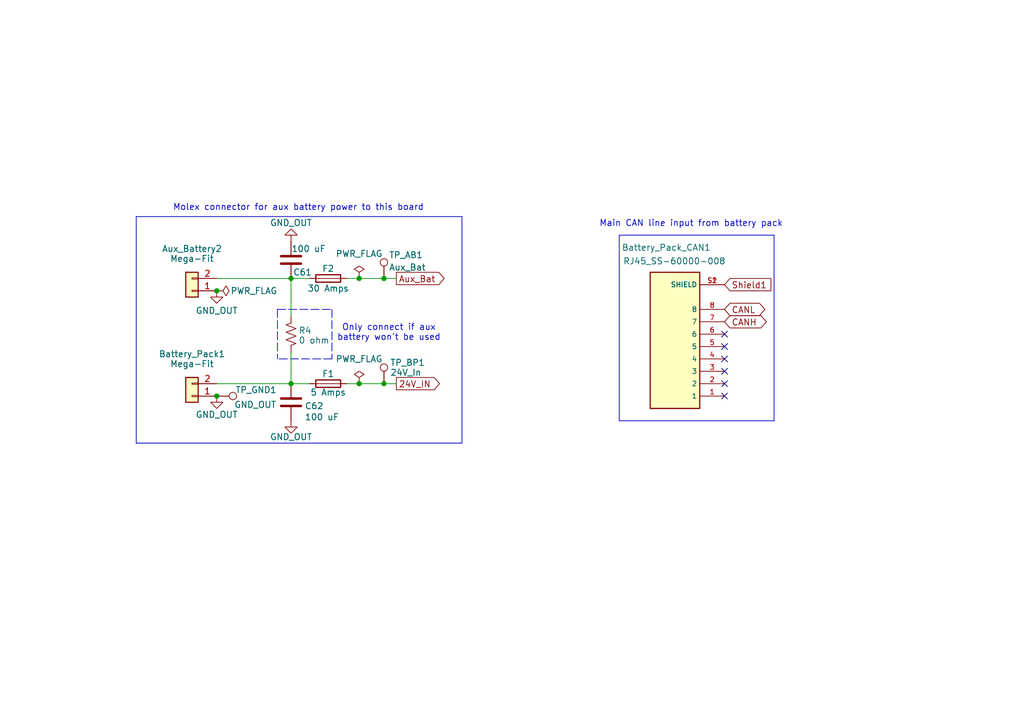
<source format=kicad_sch>
(kicad_sch
	(version 20250114)
	(generator "eeschema")
	(generator_version "9.0")
	(uuid "ecf0d7b9-cb48-4559-aab2-84612d425666")
	(paper "A5")
	(lib_symbols
		(symbol "Conn_01x02_1"
			(pin_names
				(offset 1.016)
				(hide yes)
			)
			(exclude_from_sim no)
			(in_bom yes)
			(on_board yes)
			(property "Reference" "Battery_Pack1"
				(at 0 6.096 0)
				(effects
					(font
						(size 1.27 1.27)
					)
				)
			)
			(property "Value" "Mega-Fit"
				(at 0 4.064 0)
				(effects
					(font
						(size 1.27 1.27)
					)
				)
			)
			(property "Footprint" "Connector_Molex:Molex_Mega-Fit_76829-0002_2x01_P5.70mm_Vertical"
				(at 0 0 0)
				(effects
					(font
						(size 1.27 1.27)
					)
					(hide yes)
				)
			)
			(property "Datasheet" "https://www.molex.com/en-us/products/part-detail/768290002?display=pdf"
				(at 0 0 0)
				(effects
					(font
						(size 1.27 1.27)
					)
					(hide yes)
				)
			)
			(property "Description" "Generic connector, single row, 01x02, script generated (kicad-library-utils/schlib/autogen/connector/)"
				(at 0 0 0)
				(effects
					(font
						(size 1.27 1.27)
					)
					(hide yes)
				)
			)
			(property "MF" "Molex"
				(at 0 0 0)
				(effects
					(font
						(size 1.27 1.27)
					)
					(justify bottom)
					(hide yes)
				)
			)
			(property "MAXIMUM_PACKAGE_HEIGHT" "11.40mm"
				(at 0 0 0)
				(effects
					(font
						(size 1.27 1.27)
					)
					(justify bottom)
					(hide yes)
				)
			)
			(property "Package" "None"
				(at 0 0 0)
				(effects
					(font
						(size 1.27 1.27)
					)
					(justify bottom)
					(hide yes)
				)
			)
			(property "Price" "None"
				(at 0 0 0)
				(effects
					(font
						(size 1.27 1.27)
					)
					(justify bottom)
					(hide yes)
				)
			)
			(property "Check_prices" "https://www.snapeda.com/parts/26013114/Molex/view-part/?ref=eda"
				(at 0 0 0)
				(effects
					(font
						(size 1.27 1.27)
					)
					(justify bottom)
					(hide yes)
				)
			)
			(property "STANDARD" "Manufacturer Recommendations"
				(at 0 0 0)
				(effects
					(font
						(size 1.27 1.27)
					)
					(justify bottom)
					(hide yes)
				)
			)
			(property "PARTREV" "A"
				(at 0 0 0)
				(effects
					(font
						(size 1.27 1.27)
					)
					(justify bottom)
					(hide yes)
				)
			)
			(property "SnapEDA_Link" "https://www.snapeda.com/parts/26013114/Molex/view-part/?ref=snap"
				(at 0 0 0)
				(effects
					(font
						(size 1.27 1.27)
					)
					(justify bottom)
					(hide yes)
				)
			)
			(property "MP" "26013114"
				(at 0 0 0)
				(effects
					(font
						(size 1.27 1.27)
					)
					(justify bottom)
					(hide yes)
				)
			)
			(property "Description_1" "\n                        \n                            Connector Header Through Hole, Right Angle 2 position -\n                        \n"
				(at 0 0 0)
				(effects
					(font
						(size 1.27 1.27)
					)
					(justify bottom)
					(hide yes)
				)
			)
			(property "Availability" "In Stock"
				(at 0 0 0)
				(effects
					(font
						(size 1.27 1.27)
					)
					(justify bottom)
					(hide yes)
				)
			)
			(property "MANUFACTURER" "Molex"
				(at 0 0 0)
				(effects
					(font
						(size 1.27 1.27)
					)
					(justify bottom)
					(hide yes)
				)
			)
			(property "DigiKey_Part_Number" ""
				(at 0 0 0)
				(effects
					(font
						(size 1.27 1.27)
					)
					(hide yes)
				)
			)
			(property "ki_keywords" "connector"
				(at 0 0 0)
				(effects
					(font
						(size 1.27 1.27)
					)
					(hide yes)
				)
			)
			(property "ki_fp_filters" "Connector*:*_1x??_*"
				(at 0 0 0)
				(effects
					(font
						(size 1.27 1.27)
					)
					(hide yes)
				)
			)
			(symbol "Conn_01x02_1_1_1"
				(rectangle
					(start -1.27 1.27)
					(end 1.27 -3.81)
					(stroke
						(width 0.254)
						(type default)
					)
					(fill
						(type background)
					)
				)
				(rectangle
					(start -1.27 0.127)
					(end 0 -0.127)
					(stroke
						(width 0.1524)
						(type default)
					)
					(fill
						(type none)
					)
				)
				(rectangle
					(start -1.27 -2.413)
					(end 0 -2.667)
					(stroke
						(width 0.1524)
						(type default)
					)
					(fill
						(type none)
					)
				)
				(pin passive line
					(at -5.08 0 0)
					(length 3.81)
					(name "Pin_2"
						(effects
							(font
								(size 1.27 1.27)
							)
						)
					)
					(number "2"
						(effects
							(font
								(size 1.27 1.27)
							)
						)
					)
				)
				(pin passive line
					(at -5.08 -2.54 0)
					(length 3.81)
					(name "Pin_1"
						(effects
							(font
								(size 1.27 1.27)
							)
						)
					)
					(number "1"
						(effects
							(font
								(size 1.27 1.27)
							)
						)
					)
				)
			)
			(embedded_fonts no)
		)
		(symbol "Connector:TestPoint"
			(pin_numbers
				(hide yes)
			)
			(pin_names
				(offset 0.762)
				(hide yes)
			)
			(exclude_from_sim no)
			(in_bom yes)
			(on_board yes)
			(property "Reference" "TP"
				(at 0 6.858 0)
				(effects
					(font
						(size 1.27 1.27)
					)
				)
			)
			(property "Value" "TestPoint"
				(at 0 5.08 0)
				(effects
					(font
						(size 1.27 1.27)
					)
				)
			)
			(property "Footprint" ""
				(at 5.08 0 0)
				(effects
					(font
						(size 1.27 1.27)
					)
					(hide yes)
				)
			)
			(property "Datasheet" "~"
				(at 5.08 0 0)
				(effects
					(font
						(size 1.27 1.27)
					)
					(hide yes)
				)
			)
			(property "Description" "test point"
				(at 0 0 0)
				(effects
					(font
						(size 1.27 1.27)
					)
					(hide yes)
				)
			)
			(property "ki_keywords" "test point tp"
				(at 0 0 0)
				(effects
					(font
						(size 1.27 1.27)
					)
					(hide yes)
				)
			)
			(property "ki_fp_filters" "Pin* Test*"
				(at 0 0 0)
				(effects
					(font
						(size 1.27 1.27)
					)
					(hide yes)
				)
			)
			(symbol "TestPoint_0_1"
				(circle
					(center 0 3.302)
					(radius 0.762)
					(stroke
						(width 0)
						(type default)
					)
					(fill
						(type none)
					)
				)
			)
			(symbol "TestPoint_1_1"
				(pin passive line
					(at 0 0 90)
					(length 2.54)
					(name "1"
						(effects
							(font
								(size 1.27 1.27)
							)
						)
					)
					(number "1"
						(effects
							(font
								(size 1.27 1.27)
							)
						)
					)
				)
			)
			(embedded_fonts no)
		)
		(symbol "Device:C"
			(pin_numbers
				(hide yes)
			)
			(pin_names
				(offset 0.254)
			)
			(exclude_from_sim no)
			(in_bom yes)
			(on_board yes)
			(property "Reference" "C"
				(at 0.635 2.54 0)
				(effects
					(font
						(size 1.27 1.27)
					)
					(justify left)
				)
			)
			(property "Value" "C"
				(at 0.635 -2.54 0)
				(effects
					(font
						(size 1.27 1.27)
					)
					(justify left)
				)
			)
			(property "Footprint" ""
				(at 0.9652 -3.81 0)
				(effects
					(font
						(size 1.27 1.27)
					)
					(hide yes)
				)
			)
			(property "Datasheet" "~"
				(at 0 0 0)
				(effects
					(font
						(size 1.27 1.27)
					)
					(hide yes)
				)
			)
			(property "Description" "Unpolarized capacitor"
				(at 0 0 0)
				(effects
					(font
						(size 1.27 1.27)
					)
					(hide yes)
				)
			)
			(property "ki_keywords" "cap capacitor"
				(at 0 0 0)
				(effects
					(font
						(size 1.27 1.27)
					)
					(hide yes)
				)
			)
			(property "ki_fp_filters" "C_*"
				(at 0 0 0)
				(effects
					(font
						(size 1.27 1.27)
					)
					(hide yes)
				)
			)
			(symbol "C_0_1"
				(polyline
					(pts
						(xy -2.032 0.762) (xy 2.032 0.762)
					)
					(stroke
						(width 0.508)
						(type default)
					)
					(fill
						(type none)
					)
				)
				(polyline
					(pts
						(xy -2.032 -0.762) (xy 2.032 -0.762)
					)
					(stroke
						(width 0.508)
						(type default)
					)
					(fill
						(type none)
					)
				)
			)
			(symbol "C_1_1"
				(pin passive line
					(at 0 3.81 270)
					(length 2.794)
					(name "~"
						(effects
							(font
								(size 1.27 1.27)
							)
						)
					)
					(number "1"
						(effects
							(font
								(size 1.27 1.27)
							)
						)
					)
				)
				(pin passive line
					(at 0 -3.81 90)
					(length 2.794)
					(name "~"
						(effects
							(font
								(size 1.27 1.27)
							)
						)
					)
					(number "2"
						(effects
							(font
								(size 1.27 1.27)
							)
						)
					)
				)
			)
			(embedded_fonts no)
		)
		(symbol "Device:Fuse"
			(pin_numbers
				(hide yes)
			)
			(pin_names
				(offset 0)
			)
			(exclude_from_sim no)
			(in_bom yes)
			(on_board yes)
			(property "Reference" "F"
				(at 2.032 0 90)
				(effects
					(font
						(size 1.27 1.27)
					)
				)
			)
			(property "Value" "Fuse"
				(at -1.905 0 90)
				(effects
					(font
						(size 1.27 1.27)
					)
				)
			)
			(property "Footprint" ""
				(at -1.778 0 90)
				(effects
					(font
						(size 1.27 1.27)
					)
					(hide yes)
				)
			)
			(property "Datasheet" "~"
				(at 0 0 0)
				(effects
					(font
						(size 1.27 1.27)
					)
					(hide yes)
				)
			)
			(property "Description" "Fuse"
				(at 0 0 0)
				(effects
					(font
						(size 1.27 1.27)
					)
					(hide yes)
				)
			)
			(property "ki_keywords" "fuse"
				(at 0 0 0)
				(effects
					(font
						(size 1.27 1.27)
					)
					(hide yes)
				)
			)
			(property "ki_fp_filters" "*Fuse*"
				(at 0 0 0)
				(effects
					(font
						(size 1.27 1.27)
					)
					(hide yes)
				)
			)
			(symbol "Fuse_0_1"
				(rectangle
					(start -0.762 -2.54)
					(end 0.762 2.54)
					(stroke
						(width 0.254)
						(type default)
					)
					(fill
						(type none)
					)
				)
				(polyline
					(pts
						(xy 0 2.54) (xy 0 -2.54)
					)
					(stroke
						(width 0)
						(type default)
					)
					(fill
						(type none)
					)
				)
			)
			(symbol "Fuse_1_1"
				(pin passive line
					(at 0 3.81 270)
					(length 1.27)
					(name "~"
						(effects
							(font
								(size 1.27 1.27)
							)
						)
					)
					(number "1"
						(effects
							(font
								(size 1.27 1.27)
							)
						)
					)
				)
				(pin passive line
					(at 0 -3.81 90)
					(length 1.27)
					(name "~"
						(effects
							(font
								(size 1.27 1.27)
							)
						)
					)
					(number "2"
						(effects
							(font
								(size 1.27 1.27)
							)
						)
					)
				)
			)
			(embedded_fonts no)
		)
		(symbol "Device:R_US"
			(pin_numbers
				(hide yes)
			)
			(pin_names
				(offset 0)
			)
			(exclude_from_sim no)
			(in_bom yes)
			(on_board yes)
			(property "Reference" "R"
				(at 2.54 0 90)
				(effects
					(font
						(size 1.27 1.27)
					)
				)
			)
			(property "Value" "R_US"
				(at -2.54 0 90)
				(effects
					(font
						(size 1.27 1.27)
					)
				)
			)
			(property "Footprint" ""
				(at 1.016 -0.254 90)
				(effects
					(font
						(size 1.27 1.27)
					)
					(hide yes)
				)
			)
			(property "Datasheet" "~"
				(at 0 0 0)
				(effects
					(font
						(size 1.27 1.27)
					)
					(hide yes)
				)
			)
			(property "Description" "Resistor, US symbol"
				(at 0 0 0)
				(effects
					(font
						(size 1.27 1.27)
					)
					(hide yes)
				)
			)
			(property "ki_keywords" "R res resistor"
				(at 0 0 0)
				(effects
					(font
						(size 1.27 1.27)
					)
					(hide yes)
				)
			)
			(property "ki_fp_filters" "R_*"
				(at 0 0 0)
				(effects
					(font
						(size 1.27 1.27)
					)
					(hide yes)
				)
			)
			(symbol "R_US_0_1"
				(polyline
					(pts
						(xy 0 2.286) (xy 0 2.54)
					)
					(stroke
						(width 0)
						(type default)
					)
					(fill
						(type none)
					)
				)
				(polyline
					(pts
						(xy 0 2.286) (xy 1.016 1.905) (xy 0 1.524) (xy -1.016 1.143) (xy 0 0.762)
					)
					(stroke
						(width 0)
						(type default)
					)
					(fill
						(type none)
					)
				)
				(polyline
					(pts
						(xy 0 0.762) (xy 1.016 0.381) (xy 0 0) (xy -1.016 -0.381) (xy 0 -0.762)
					)
					(stroke
						(width 0)
						(type default)
					)
					(fill
						(type none)
					)
				)
				(polyline
					(pts
						(xy 0 -0.762) (xy 1.016 -1.143) (xy 0 -1.524) (xy -1.016 -1.905) (xy 0 -2.286)
					)
					(stroke
						(width 0)
						(type default)
					)
					(fill
						(type none)
					)
				)
				(polyline
					(pts
						(xy 0 -2.286) (xy 0 -2.54)
					)
					(stroke
						(width 0)
						(type default)
					)
					(fill
						(type none)
					)
				)
			)
			(symbol "R_US_1_1"
				(pin passive line
					(at 0 3.81 270)
					(length 1.27)
					(name "~"
						(effects
							(font
								(size 1.27 1.27)
							)
						)
					)
					(number "1"
						(effects
							(font
								(size 1.27 1.27)
							)
						)
					)
				)
				(pin passive line
					(at 0 -3.81 90)
					(length 1.27)
					(name "~"
						(effects
							(font
								(size 1.27 1.27)
							)
						)
					)
					(number "2"
						(effects
							(font
								(size 1.27 1.27)
							)
						)
					)
				)
			)
			(embedded_fonts no)
		)
		(symbol "GTSR_symbol_lib:RJ45_SS-60000-008"
			(exclude_from_sim no)
			(in_bom yes)
			(on_board yes)
			(property "Reference" "J"
				(at 0 -6.35 0)
				(effects
					(font
						(size 1.27 1.27)
					)
				)
			)
			(property "Value" "RJ45_SS-60000-008"
				(at 0 -6.35 0)
				(effects
					(font
						(size 1.27 1.27)
					)
				)
			)
			(property "Footprint" "GTSR_KiCAD_Footprints:SS-60000-008_RJ45_Vertical"
				(at 0 -6.35 0)
				(effects
					(font
						(size 1.27 1.27)
					)
					(hide yes)
				)
			)
			(property "Datasheet" "https://www.belfuse.com/resources/Catalogs/StewartConnector/ca-STW-stewart-connector-focus-catalog.pdf"
				(at 0 -6.35 0)
				(effects
					(font
						(size 1.27 1.27)
					)
					(hide yes)
				)
			)
			(property "Description" ""
				(at 0 0 0)
				(effects
					(font
						(size 1.27 1.27)
					)
					(hide yes)
				)
			)
			(symbol "RJ45_SS-60000-008_0_0"
				(rectangle
					(start -5.08 -3.81)
					(end 5.08 24.13)
					(stroke
						(width 0.254)
						(type default)
					)
					(fill
						(type background)
					)
				)
				(pin passive line
					(at -10.16 21.59 0)
					(length 5.08)
					(name "1"
						(effects
							(font
								(size 1.016 1.016)
							)
						)
					)
					(number "1"
						(effects
							(font
								(size 1.016 1.016)
							)
						)
					)
				)
				(pin passive line
					(at -10.16 19.05 0)
					(length 5.08)
					(name "2"
						(effects
							(font
								(size 1.016 1.016)
							)
						)
					)
					(number "2"
						(effects
							(font
								(size 1.016 1.016)
							)
						)
					)
				)
				(pin passive line
					(at -10.16 16.51 0)
					(length 5.08)
					(name "3"
						(effects
							(font
								(size 1.016 1.016)
							)
						)
					)
					(number "3"
						(effects
							(font
								(size 1.016 1.016)
							)
						)
					)
				)
				(pin passive line
					(at -10.16 13.97 0)
					(length 5.08)
					(name "4"
						(effects
							(font
								(size 1.016 1.016)
							)
						)
					)
					(number "4"
						(effects
							(font
								(size 1.016 1.016)
							)
						)
					)
				)
				(pin passive line
					(at -10.16 11.43 0)
					(length 5.08)
					(name "5"
						(effects
							(font
								(size 1.016 1.016)
							)
						)
					)
					(number "5"
						(effects
							(font
								(size 1.016 1.016)
							)
						)
					)
				)
				(pin passive line
					(at -10.16 8.89 0)
					(length 5.08)
					(name "6"
						(effects
							(font
								(size 1.016 1.016)
							)
						)
					)
					(number "6"
						(effects
							(font
								(size 1.016 1.016)
							)
						)
					)
				)
				(pin passive line
					(at -10.16 6.35 0)
					(length 5.08)
					(name "7"
						(effects
							(font
								(size 1.016 1.016)
							)
						)
					)
					(number "7"
						(effects
							(font
								(size 1.016 1.016)
							)
						)
					)
				)
				(pin passive line
					(at -10.16 3.81 0)
					(length 5.08)
					(name "8"
						(effects
							(font
								(size 1.016 1.016)
							)
						)
					)
					(number "8"
						(effects
							(font
								(size 1.016 1.016)
							)
						)
					)
				)
				(pin passive line
					(at -10.16 -1.27 0)
					(length 5.08)
					(name "SHIELD"
						(effects
							(font
								(size 1.016 1.016)
							)
						)
					)
					(number "S1"
						(effects
							(font
								(size 1.016 1.016)
							)
						)
					)
				)
				(pin passive line
					(at -10.16 -1.27 0)
					(length 5.08)
					(name "SHIELD"
						(effects
							(font
								(size 1.016 1.016)
							)
						)
					)
					(number "S2"
						(effects
							(font
								(size 1.016 1.016)
							)
						)
					)
				)
			)
			(embedded_fonts no)
		)
		(symbol "power:GND"
			(power)
			(pin_numbers
				(hide yes)
			)
			(pin_names
				(offset 0)
				(hide yes)
			)
			(exclude_from_sim no)
			(in_bom yes)
			(on_board yes)
			(property "Reference" "#PWR"
				(at 0 -6.35 0)
				(effects
					(font
						(size 1.27 1.27)
					)
					(hide yes)
				)
			)
			(property "Value" "GND"
				(at 0 -3.81 0)
				(effects
					(font
						(size 1.27 1.27)
					)
				)
			)
			(property "Footprint" ""
				(at 0 0 0)
				(effects
					(font
						(size 1.27 1.27)
					)
					(hide yes)
				)
			)
			(property "Datasheet" ""
				(at 0 0 0)
				(effects
					(font
						(size 1.27 1.27)
					)
					(hide yes)
				)
			)
			(property "Description" "Power symbol creates a global label with name \"GND\" , ground"
				(at 0 0 0)
				(effects
					(font
						(size 1.27 1.27)
					)
					(hide yes)
				)
			)
			(property "ki_keywords" "global power"
				(at 0 0 0)
				(effects
					(font
						(size 1.27 1.27)
					)
					(hide yes)
				)
			)
			(symbol "GND_0_1"
				(polyline
					(pts
						(xy 0 0) (xy 0 -1.27) (xy 1.27 -1.27) (xy 0 -2.54) (xy -1.27 -1.27) (xy 0 -1.27)
					)
					(stroke
						(width 0)
						(type default)
					)
					(fill
						(type none)
					)
				)
			)
			(symbol "GND_1_1"
				(pin power_in line
					(at 0 0 270)
					(length 0)
					(name "~"
						(effects
							(font
								(size 1.27 1.27)
							)
						)
					)
					(number "1"
						(effects
							(font
								(size 1.27 1.27)
							)
						)
					)
				)
			)
			(embedded_fonts no)
		)
		(symbol "power:PWR_FLAG"
			(power)
			(pin_numbers
				(hide yes)
			)
			(pin_names
				(offset 0)
				(hide yes)
			)
			(exclude_from_sim no)
			(in_bom yes)
			(on_board yes)
			(property "Reference" "#FLG"
				(at 0 1.905 0)
				(effects
					(font
						(size 1.27 1.27)
					)
					(hide yes)
				)
			)
			(property "Value" "PWR_FLAG"
				(at 0 3.81 0)
				(effects
					(font
						(size 1.27 1.27)
					)
				)
			)
			(property "Footprint" ""
				(at 0 0 0)
				(effects
					(font
						(size 1.27 1.27)
					)
					(hide yes)
				)
			)
			(property "Datasheet" "~"
				(at 0 0 0)
				(effects
					(font
						(size 1.27 1.27)
					)
					(hide yes)
				)
			)
			(property "Description" "Special symbol for telling ERC where power comes from"
				(at 0 0 0)
				(effects
					(font
						(size 1.27 1.27)
					)
					(hide yes)
				)
			)
			(property "ki_keywords" "flag power"
				(at 0 0 0)
				(effects
					(font
						(size 1.27 1.27)
					)
					(hide yes)
				)
			)
			(symbol "PWR_FLAG_0_0"
				(pin power_out line
					(at 0 0 90)
					(length 0)
					(name "~"
						(effects
							(font
								(size 1.27 1.27)
							)
						)
					)
					(number "1"
						(effects
							(font
								(size 1.27 1.27)
							)
						)
					)
				)
			)
			(symbol "PWR_FLAG_0_1"
				(polyline
					(pts
						(xy 0 0) (xy 0 1.27) (xy -1.016 1.905) (xy 0 2.54) (xy 1.016 1.905) (xy 0 1.27)
					)
					(stroke
						(width 0)
						(type default)
					)
					(fill
						(type none)
					)
				)
			)
			(embedded_fonts no)
		)
	)
	(text "Only connect if aux\nbattery won't be used"
		(exclude_from_sim no)
		(at 79.756 68.326 0)
		(effects
			(font
				(size 1.27 1.27)
			)
		)
		(uuid "d856df55-943d-4c6d-9aed-ae04e0a65532")
	)
	(text "Molex connector for aux battery power to this board"
		(exclude_from_sim no)
		(at 61.214 42.672 0)
		(effects
			(font
				(size 1.27 1.27)
			)
		)
		(uuid "ee90275f-b6db-4d17-bfda-ee32e58a6329")
	)
	(text "Main CAN line input from battery pack"
		(exclude_from_sim no)
		(at 141.732 45.974 0)
		(effects
			(font
				(size 1.27 1.27)
			)
		)
		(uuid "fe095745-a080-4407-90f3-b59b5d0386df")
	)
	(junction
		(at 78.74 78.74)
		(diameter 0)
		(color 0 0 0 0)
		(uuid "0236bc65-b49b-41ea-9008-6a8ddbb7ac70")
	)
	(junction
		(at 44.45 81.28)
		(diameter 0)
		(color 0 0 0 0)
		(uuid "0fd46968-3a4c-4570-8d78-e772eb800cc4")
	)
	(junction
		(at 59.69 78.74)
		(diameter 0)
		(color 0 0 0 0)
		(uuid "3dd4c45d-2a8d-4520-a2e7-4439e11fd054")
	)
	(junction
		(at 59.69 57.15)
		(diameter 0)
		(color 0 0 0 0)
		(uuid "4223c703-3b6e-4b0a-9a21-b3963edba347")
	)
	(junction
		(at 78.74 57.15)
		(diameter 0)
		(color 0 0 0 0)
		(uuid "471dd32e-47bb-46f4-8871-271a80e1eff9")
	)
	(junction
		(at 44.45 59.69)
		(diameter 0)
		(color 0 0 0 0)
		(uuid "ba239fc7-6d89-423a-a444-9dd7b0710fa4")
	)
	(junction
		(at 73.66 57.15)
		(diameter 0)
		(color 0 0 0 0)
		(uuid "bf1e9429-fb7a-4fa0-83cd-d18de4400914")
	)
	(junction
		(at 73.66 78.74)
		(diameter 0)
		(color 0 0 0 0)
		(uuid "d01e5293-997b-4e0d-81a7-4001ffecb758")
	)
	(no_connect
		(at 148.59 76.2)
		(uuid "063fcbe0-47bf-4d74-9548-39ac048ea367")
	)
	(no_connect
		(at 148.59 73.66)
		(uuid "5f82044c-ddf1-485c-b872-eae5eb15790c")
	)
	(no_connect
		(at 148.59 71.12)
		(uuid "64fe19c4-e793-433a-afa2-a764a486121f")
	)
	(no_connect
		(at 148.59 78.74)
		(uuid "6ef098b0-d1aa-4f2a-96ce-d87672b40fe4")
	)
	(no_connect
		(at 148.59 68.58)
		(uuid "ba7287d4-7434-45ab-a591-d73cfc052b79")
	)
	(no_connect
		(at 148.59 81.28)
		(uuid "cdb59ee1-4e2a-4cb7-9fc6-1be38f2f4fdc")
	)
	(polyline
		(pts
			(xy 38.1 44.45) (xy 94.742 44.45)
		)
		(stroke
			(width 0)
			(type default)
		)
		(uuid "052efe08-5672-4cd9-abcb-df4566be8ad1")
	)
	(polyline
		(pts
			(xy 158.75 86.36) (xy 158.75 48.26)
		)
		(stroke
			(width 0)
			(type default)
		)
		(uuid "0cb5ca70-5b9d-47e1-b116-92ee7be68caf")
	)
	(polyline
		(pts
			(xy 68.072 73.66) (xy 56.896 73.66)
		)
		(stroke
			(width 0)
			(type dash)
		)
		(uuid "0faaa197-d69b-4f90-90d9-aa30b04c674d")
	)
	(wire
		(pts
			(xy 59.69 57.15) (xy 63.5 57.15)
		)
		(stroke
			(width 0)
			(type default)
		)
		(uuid "138bed3c-fc37-4c4a-981d-5c72c3b4e4b1")
	)
	(wire
		(pts
			(xy 44.45 57.15) (xy 59.69 57.15)
		)
		(stroke
			(width 0)
			(type default)
		)
		(uuid "1a553c51-6a03-4b8c-b1b4-acbdd6dc3ea9")
	)
	(wire
		(pts
			(xy 73.66 78.74) (xy 78.74 78.74)
		)
		(stroke
			(width 0)
			(type default)
		)
		(uuid "1b83c35f-be2e-4918-9dc8-d0dd69d44df1")
	)
	(polyline
		(pts
			(xy 27.94 90.932) (xy 94.742 90.932)
		)
		(stroke
			(width 0)
			(type default)
		)
		(uuid "24554cdf-e1b4-49f0-ae7e-e9cb376ae44b")
	)
	(polyline
		(pts
			(xy 127 86.36) (xy 158.75 86.36)
		)
		(stroke
			(width 0)
			(type default)
		)
		(uuid "347a8d51-e1d4-4f5f-abc8-89337cfa1b74")
	)
	(wire
		(pts
			(xy 44.45 78.74) (xy 59.69 78.74)
		)
		(stroke
			(width 0)
			(type default)
		)
		(uuid "48a049a0-17c9-4570-adf4-426cd633731e")
	)
	(wire
		(pts
			(xy 71.12 78.74) (xy 73.66 78.74)
		)
		(stroke
			(width 0)
			(type default)
		)
		(uuid "57cee169-2a1f-410e-a949-5173f036a410")
	)
	(wire
		(pts
			(xy 73.66 57.15) (xy 78.74 57.15)
		)
		(stroke
			(width 0)
			(type default)
		)
		(uuid "6163ae8e-975a-4257-825d-1dab3c5f9ae2")
	)
	(polyline
		(pts
			(xy 127 48.26) (xy 127 86.36)
		)
		(stroke
			(width 0)
			(type default)
		)
		(uuid "69d6d80c-9e9f-4153-bd9c-4d26df73f15c")
	)
	(wire
		(pts
			(xy 59.69 57.15) (xy 59.69 64.77)
		)
		(stroke
			(width 0)
			(type default)
		)
		(uuid "8258526c-472b-4d57-95f0-5b8255ff0dc2")
	)
	(polyline
		(pts
			(xy 94.742 90.932) (xy 94.742 72.39)
		)
		(stroke
			(width 0)
			(type default)
		)
		(uuid "84c2a8db-b89c-4fa8-a6a2-dd1fbcd136c1")
	)
	(wire
		(pts
			(xy 78.74 78.74) (xy 81.28 78.74)
		)
		(stroke
			(width 0)
			(type default)
		)
		(uuid "87ab6203-7ba0-43bf-89e8-0d9e9faae789")
	)
	(polyline
		(pts
			(xy 27.94 72.39) (xy 27.94 90.932)
		)
		(stroke
			(width 0)
			(type default)
		)
		(uuid "9ebfcb47-94a2-44b3-9e13-7b6f9a4a85c7")
	)
	(polyline
		(pts
			(xy 56.896 63.5) (xy 68.072 63.5)
		)
		(stroke
			(width 0)
			(type dash)
		)
		(uuid "a3f15857-8048-473c-a0e8-4c9c1e7d3e44")
	)
	(polyline
		(pts
			(xy 68.072 63.5) (xy 68.072 73.66)
		)
		(stroke
			(width 0)
			(type dash)
		)
		(uuid "a45ebd2e-159b-45c5-b960-70e4f699f84c")
	)
	(polyline
		(pts
			(xy 94.742 72.39) (xy 94.742 44.45)
		)
		(stroke
			(width 0)
			(type default)
		)
		(uuid "abec45cc-8ad3-4fb0-8feb-b4a0a913725c")
	)
	(polyline
		(pts
			(xy 27.94 44.45) (xy 27.94 72.39)
		)
		(stroke
			(width 0)
			(type default)
		)
		(uuid "b894a062-9657-45d1-b917-2a14019f03d7")
	)
	(polyline
		(pts
			(xy 56.896 63.5) (xy 56.896 73.66)
		)
		(stroke
			(width 0)
			(type dash)
		)
		(uuid "c535f15e-ea08-454f-9a05-79888fea3d16")
	)
	(polyline
		(pts
			(xy 38.1 44.45) (xy 27.94 44.45)
		)
		(stroke
			(width 0)
			(type default)
		)
		(uuid "cd249a0b-157d-472c-a6dc-245e11f78cc5")
	)
	(wire
		(pts
			(xy 71.12 57.15) (xy 73.66 57.15)
		)
		(stroke
			(width 0)
			(type default)
		)
		(uuid "d6e2d3e2-e893-4c35-a330-dda55bda2e84")
	)
	(polyline
		(pts
			(xy 127 48.26) (xy 158.75 48.26)
		)
		(stroke
			(width 0)
			(type default)
		)
		(uuid "e154a0f5-e92c-479e-8ac8-431599f2af3b")
	)
	(wire
		(pts
			(xy 78.74 57.15) (xy 81.28 57.15)
		)
		(stroke
			(width 0)
			(type default)
		)
		(uuid "e6641333-fe68-4af2-8ac3-1008b12abeb6")
	)
	(wire
		(pts
			(xy 59.69 72.39) (xy 59.69 78.74)
		)
		(stroke
			(width 0)
			(type default)
		)
		(uuid "fbf527ef-910c-4625-b51d-7448fdcd378f")
	)
	(wire
		(pts
			(xy 63.5 78.74) (xy 59.69 78.74)
		)
		(stroke
			(width 0)
			(type default)
		)
		(uuid "fd27f4f5-bbf8-4d0e-b7d6-4bad8e4428ac")
	)
	(global_label "CANL"
		(shape bidirectional)
		(at 148.59 63.5 0)
		(fields_autoplaced yes)
		(effects
			(font
				(size 1.27 1.27)
			)
			(justify left)
		)
		(uuid "26923428-9c80-4585-a264-265323645113")
		(property "Intersheetrefs" "${INTERSHEET_REFS}"
			(at 157.4037 63.5 0)
			(effects
				(font
					(size 1.27 1.27)
				)
				(justify left)
				(hide yes)
			)
		)
	)
	(global_label "24V_IN"
		(shape output)
		(at 81.28 78.74 0)
		(fields_autoplaced yes)
		(effects
			(font
				(size 1.27 1.27)
			)
			(justify left)
		)
		(uuid "3372153c-1199-4a00-82a7-94bc8e686631")
		(property "Intersheetrefs" "${INTERSHEET_REFS}"
			(at 90.6757 78.74 0)
			(effects
				(font
					(size 1.27 1.27)
				)
				(justify left)
				(hide yes)
			)
		)
	)
	(global_label "Shield1"
		(shape input)
		(at 148.59 58.42 0)
		(fields_autoplaced yes)
		(effects
			(font
				(size 1.27 1.27)
			)
			(justify left)
		)
		(uuid "448806dc-ac57-47b0-9352-ef5db1dc37b8")
		(property "Intersheetrefs" "${INTERSHEET_REFS}"
			(at 158.6508 58.42 0)
			(effects
				(font
					(size 1.27 1.27)
				)
				(justify left)
				(hide yes)
			)
		)
	)
	(global_label "Aux_Bat"
		(shape output)
		(at 81.28 57.15 0)
		(fields_autoplaced yes)
		(effects
			(font
				(size 1.27 1.27)
			)
			(justify left)
		)
		(uuid "a3b56f23-9cd9-4dc9-a0c3-3f3bcbc98c2f")
		(property "Intersheetrefs" "${INTERSHEET_REFS}"
			(at 91.6432 57.15 0)
			(effects
				(font
					(size 1.27 1.27)
				)
				(justify left)
				(hide yes)
			)
		)
	)
	(global_label "CANH"
		(shape bidirectional)
		(at 148.59 66.04 0)
		(fields_autoplaced yes)
		(effects
			(font
				(size 1.27 1.27)
			)
			(justify left)
		)
		(uuid "cb50b171-c59f-4efe-b329-9a9b9788d805")
		(property "Intersheetrefs" "${INTERSHEET_REFS}"
			(at 157.7061 66.04 0)
			(effects
				(font
					(size 1.27 1.27)
				)
				(justify left)
				(hide yes)
			)
		)
	)
	(symbol
		(lib_id "Device:Fuse")
		(at 67.31 57.15 270)
		(unit 1)
		(exclude_from_sim no)
		(in_bom yes)
		(on_board yes)
		(dnp no)
		(uuid "1fd8170d-d323-41c3-8f54-4d03bff57d1f")
		(property "Reference" "F2"
			(at 67.31 55.118 90)
			(effects
				(font
					(size 1.27 1.27)
				)
			)
		)
		(property "Value" "30 Amps"
			(at 67.31 59.182 90)
			(effects
				(font
					(size 1.27 1.27)
				)
			)
		)
		(property "Footprint" "Footprints:FUSE_3581"
			(at 67.31 55.372 90)
			(effects
				(font
					(size 1.27 1.27)
				)
				(hide yes)
			)
		)
		(property "Datasheet" "https://www.mouser.com/datasheet/2/215/3581-3049887.pdf"
			(at 67.31 57.15 0)
			(effects
				(font
					(size 1.27 1.27)
				)
				(hide yes)
			)
		)
		(property "Description" "30A fuse"
			(at 67.31 57.15 0)
			(effects
				(font
					(size 1.27 1.27)
				)
				(hide yes)
			)
		)
		(property "DigiKey_Part_Number" ""
			(at 67.31 57.15 90)
			(effects
				(font
					(size 1.27 1.27)
				)
				(hide yes)
			)
		)
		(pin "2"
			(uuid "f7f115fd-1916-424e-a0a0-b00f697c7026")
		)
		(pin "1"
			(uuid "ef8d029f-5e38-47f9-b3e3-8e4fbfd39dc8")
		)
		(instances
			(project ""
				(path "/d46bcc44-f9c6-4279-a08a-290443f8d729/cca01424-6819-43de-b59d-bcd7eabca4e1"
					(reference "F2")
					(unit 1)
				)
			)
		)
	)
	(symbol
		(lib_id "Connector:TestPoint")
		(at 78.74 78.74 0)
		(unit 1)
		(exclude_from_sim no)
		(in_bom yes)
		(on_board yes)
		(dnp no)
		(uuid "3090b30e-dd93-4294-afac-1458d47df24a")
		(property "Reference" "TP_BP1"
			(at 80.01 74.422 0)
			(effects
				(font
					(size 1.27 1.27)
				)
				(justify left)
			)
		)
		(property "Value" "24V_In"
			(at 80.01 76.454 0)
			(effects
				(font
					(size 1.27 1.27)
				)
				(justify left)
			)
		)
		(property "Footprint" "TestPoint:TestPoint_Pad_D1.5mm"
			(at 83.82 78.74 0)
			(effects
				(font
					(size 1.27 1.27)
				)
				(hide yes)
			)
		)
		(property "Datasheet" "~"
			(at 83.82 78.74 0)
			(effects
				(font
					(size 1.27 1.27)
				)
				(hide yes)
			)
		)
		(property "Description" "test point"
			(at 78.74 78.74 0)
			(effects
				(font
					(size 1.27 1.27)
				)
				(hide yes)
			)
		)
		(property "DigiKey_Part_Number" ""
			(at 78.74 78.74 0)
			(effects
				(font
					(size 1.27 1.27)
				)
				(hide yes)
			)
		)
		(pin "1"
			(uuid "d11d2116-94a4-45de-b09a-787cb858ac52")
		)
		(instances
			(project "POCAN"
				(path "/d46bcc44-f9c6-4279-a08a-290443f8d729/cca01424-6819-43de-b59d-bcd7eabca4e1"
					(reference "TP_BP1")
					(unit 1)
				)
			)
		)
	)
	(symbol
		(lib_name "Conn_01x02_1")
		(lib_id "Connector_Generic:Conn_01x02")
		(at 39.37 78.74 0)
		(mirror y)
		(unit 1)
		(exclude_from_sim no)
		(in_bom yes)
		(on_board yes)
		(dnp no)
		(uuid "6b49385b-c329-4284-9e2e-2043f3ff0efc")
		(property "Reference" "Battery_Pack1"
			(at 39.37 72.644 0)
			(effects
				(font
					(size 1.27 1.27)
				)
			)
		)
		(property "Value" "Mega-Fit"
			(at 39.37 74.676 0)
			(effects
				(font
					(size 1.27 1.27)
				)
			)
		)
		(property "Footprint" "Connector_Molex:Molex_Mega-Fit_76829-0002_2x01_P5.70mm_Vertical"
			(at 39.37 78.74 0)
			(effects
				(font
					(size 1.27 1.27)
				)
				(hide yes)
			)
		)
		(property "Datasheet" "https://www.molex.com/en-us/products/part-detail/768290002?display=pdf"
			(at 39.37 78.74 0)
			(effects
				(font
					(size 1.27 1.27)
				)
				(hide yes)
			)
		)
		(property "Description" "Generic connector, single row, 01x02, script generated (kicad-library-utils/schlib/autogen/connector/)"
			(at 39.37 78.74 0)
			(effects
				(font
					(size 1.27 1.27)
				)
				(hide yes)
			)
		)
		(property "MF" "Molex"
			(at 39.37 78.74 0)
			(effects
				(font
					(size 1.27 1.27)
				)
				(justify bottom)
				(hide yes)
			)
		)
		(property "MAXIMUM_PACKAGE_HEIGHT" "11.40mm"
			(at 39.37 78.74 0)
			(effects
				(font
					(size 1.27 1.27)
				)
				(justify bottom)
				(hide yes)
			)
		)
		(property "Package" "None"
			(at 39.37 78.74 0)
			(effects
				(font
					(size 1.27 1.27)
				)
				(justify bottom)
				(hide yes)
			)
		)
		(property "Price" "None"
			(at 39.37 78.74 0)
			(effects
				(font
					(size 1.27 1.27)
				)
				(justify bottom)
				(hide yes)
			)
		)
		(property "Check_prices" "https://www.snapeda.com/parts/26013114/Molex/view-part/?ref=eda"
			(at 39.37 78.74 0)
			(effects
				(font
					(size 1.27 1.27)
				)
				(justify bottom)
				(hide yes)
			)
		)
		(property "STANDARD" "Manufacturer Recommendations"
			(at 39.37 78.74 0)
			(effects
				(font
					(size 1.27 1.27)
				)
				(justify bottom)
				(hide yes)
			)
		)
		(property "PARTREV" "A"
			(at 39.37 78.74 0)
			(effects
				(font
					(size 1.27 1.27)
				)
				(justify bottom)
				(hide yes)
			)
		)
		(property "SnapEDA_Link" "https://www.snapeda.com/parts/26013114/Molex/view-part/?ref=snap"
			(at 39.37 78.74 0)
			(effects
				(font
					(size 1.27 1.27)
				)
				(justify bottom)
				(hide yes)
			)
		)
		(property "MP" "26013114"
			(at 39.37 78.74 0)
			(effects
				(font
					(size 1.27 1.27)
				)
				(justify bottom)
				(hide yes)
			)
		)
		(property "Description_1" "\n                        \n                            Connector Header Through Hole, Right Angle 2 position -\n                        \n"
			(at 39.37 78.74 0)
			(effects
				(font
					(size 1.27 1.27)
				)
				(justify bottom)
				(hide yes)
			)
		)
		(property "Availability" "In Stock"
			(at 39.37 78.74 0)
			(effects
				(font
					(size 1.27 1.27)
				)
				(justify bottom)
				(hide yes)
			)
		)
		(property "MANUFACTURER" "Molex"
			(at 39.37 78.74 0)
			(effects
				(font
					(size 1.27 1.27)
				)
				(justify bottom)
				(hide yes)
			)
		)
		(property "DigiKey_Part_Number" ""
			(at 39.37 78.74 0)
			(effects
				(font
					(size 1.27 1.27)
				)
				(hide yes)
			)
		)
		(pin "1"
			(uuid "25d11ebc-e9ef-4984-b0ab-0417b231f96c")
		)
		(pin "2"
			(uuid "bde2948a-b896-405f-ae92-bac54224169d")
		)
		(instances
			(project "POCAN"
				(path "/d46bcc44-f9c6-4279-a08a-290443f8d729/cca01424-6819-43de-b59d-bcd7eabca4e1"
					(reference "Battery_Pack1")
					(unit 1)
				)
			)
		)
	)
	(symbol
		(lib_id "power:GND")
		(at 59.69 49.53 180)
		(unit 1)
		(exclude_from_sim no)
		(in_bom yes)
		(on_board yes)
		(dnp no)
		(uuid "766a023c-32cf-4be3-8afe-db4ddd43974e")
		(property "Reference" "#PWR0111"
			(at 59.69 43.18 0)
			(effects
				(font
					(size 1.27 1.27)
				)
				(hide yes)
			)
		)
		(property "Value" "GND_OUT"
			(at 59.69 45.72 0)
			(effects
				(font
					(size 1.27 1.27)
				)
			)
		)
		(property "Footprint" ""
			(at 59.69 49.53 0)
			(effects
				(font
					(size 1.27 1.27)
				)
				(hide yes)
			)
		)
		(property "Datasheet" ""
			(at 59.69 49.53 0)
			(effects
				(font
					(size 1.27 1.27)
				)
				(hide yes)
			)
		)
		(property "Description" "Power symbol creates a global label with name \"GND\" , ground"
			(at 59.69 49.53 0)
			(effects
				(font
					(size 1.27 1.27)
				)
				(hide yes)
			)
		)
		(pin "1"
			(uuid "0bf6c1a3-efbe-4d2e-ba97-8af341dfed66")
		)
		(instances
			(project "POCAN"
				(path "/d46bcc44-f9c6-4279-a08a-290443f8d729/cca01424-6819-43de-b59d-bcd7eabca4e1"
					(reference "#PWR0111")
					(unit 1)
				)
			)
		)
	)
	(symbol
		(lib_id "power:GND")
		(at 59.69 86.36 0)
		(mirror y)
		(unit 1)
		(exclude_from_sim no)
		(in_bom yes)
		(on_board yes)
		(dnp no)
		(uuid "7f80146e-ddb8-4d61-8987-4975f58f0ac6")
		(property "Reference" "#PWR0110"
			(at 59.69 92.71 0)
			(effects
				(font
					(size 1.27 1.27)
				)
				(hide yes)
			)
		)
		(property "Value" "GND_OUT"
			(at 59.69 89.662 0)
			(effects
				(font
					(size 1.27 1.27)
				)
			)
		)
		(property "Footprint" ""
			(at 59.69 86.36 0)
			(effects
				(font
					(size 1.27 1.27)
				)
				(hide yes)
			)
		)
		(property "Datasheet" ""
			(at 59.69 86.36 0)
			(effects
				(font
					(size 1.27 1.27)
				)
				(hide yes)
			)
		)
		(property "Description" "Power symbol creates a global label with name \"GND\" , ground"
			(at 59.69 86.36 0)
			(effects
				(font
					(size 1.27 1.27)
				)
				(hide yes)
			)
		)
		(pin "1"
			(uuid "5288ce10-c69f-44e3-856c-48a07d68891b")
		)
		(instances
			(project "POCAN"
				(path "/d46bcc44-f9c6-4279-a08a-290443f8d729/cca01424-6819-43de-b59d-bcd7eabca4e1"
					(reference "#PWR0110")
					(unit 1)
				)
			)
		)
	)
	(symbol
		(lib_id "Device:C")
		(at 59.69 53.34 180)
		(unit 1)
		(exclude_from_sim no)
		(in_bom yes)
		(on_board yes)
		(dnp no)
		(uuid "869fac5c-9645-4e0c-adfa-6275c1328752")
		(property "Reference" "C61"
			(at 64.008 55.88 0)
			(effects
				(font
					(size 1.27 1.27)
				)
				(justify left)
			)
		)
		(property "Value" "100 uF"
			(at 66.802 51.054 0)
			(effects
				(font
					(size 1.27 1.27)
				)
				(justify left)
			)
		)
		(property "Footprint" "Capacitor_SMD:CP_Elec_10x10"
			(at 58.7248 49.53 0)
			(effects
				(font
					(size 1.27 1.27)
				)
				(hide yes)
			)
		)
		(property "Datasheet" "https://www.digikey.com/en/products/detail/nichicon/UCZ1H101MCL1GS/3758455"
			(at 59.69 53.34 0)
			(effects
				(font
					(size 1.27 1.27)
				)
				(hide yes)
			)
		)
		(property "Description" "Electrolytic Capacitor"
			(at 59.69 53.34 0)
			(effects
				(font
					(size 1.27 1.27)
				)
				(hide yes)
			)
		)
		(property "DigiKey_Part_Number" ""
			(at 59.69 53.34 0)
			(effects
				(font
					(size 1.27 1.27)
				)
				(hide yes)
			)
		)
		(pin "2"
			(uuid "071c4e10-c581-4425-b5d7-96ad279232af")
		)
		(pin "1"
			(uuid "72616d97-36b9-47e8-a40d-bc85f680ea45")
		)
		(instances
			(project "POCAN"
				(path "/d46bcc44-f9c6-4279-a08a-290443f8d729/cca01424-6819-43de-b59d-bcd7eabca4e1"
					(reference "C61")
					(unit 1)
				)
			)
		)
	)
	(symbol
		(lib_id "power:GND")
		(at 44.45 81.28 0)
		(unit 1)
		(exclude_from_sim no)
		(in_bom yes)
		(on_board yes)
		(dnp no)
		(uuid "89c70baf-2b1e-476b-b2a3-e184bad3eb5c")
		(property "Reference" "#PWR020"
			(at 44.45 87.63 0)
			(effects
				(font
					(size 1.27 1.27)
				)
				(hide yes)
			)
		)
		(property "Value" "GND_OUT"
			(at 44.45 85.09 0)
			(effects
				(font
					(size 1.27 1.27)
				)
			)
		)
		(property "Footprint" ""
			(at 44.45 81.28 0)
			(effects
				(font
					(size 1.27 1.27)
				)
				(hide yes)
			)
		)
		(property "Datasheet" ""
			(at 44.45 81.28 0)
			(effects
				(font
					(size 1.27 1.27)
				)
				(hide yes)
			)
		)
		(property "Description" "Power symbol creates a global label with name \"GND\" , ground"
			(at 44.45 81.28 0)
			(effects
				(font
					(size 1.27 1.27)
				)
				(hide yes)
			)
		)
		(pin "1"
			(uuid "7113ccf4-3c2a-473d-b0c2-6dae9737551b")
		)
		(instances
			(project ""
				(path "/d46bcc44-f9c6-4279-a08a-290443f8d729/cca01424-6819-43de-b59d-bcd7eabca4e1"
					(reference "#PWR020")
					(unit 1)
				)
			)
		)
	)
	(symbol
		(lib_id "power:PWR_FLAG")
		(at 44.45 59.69 270)
		(unit 1)
		(exclude_from_sim no)
		(in_bom yes)
		(on_board yes)
		(dnp no)
		(uuid "952de9fe-f2e9-46da-8f32-9c3de65bfe5f")
		(property "Reference" "#FLG026"
			(at 46.355 59.69 0)
			(effects
				(font
					(size 1.27 1.27)
				)
				(hide yes)
			)
		)
		(property "Value" "PWR_FLAG"
			(at 47.244 59.69 90)
			(effects
				(font
					(size 1.27 1.27)
				)
				(justify left)
			)
		)
		(property "Footprint" ""
			(at 44.45 59.69 0)
			(effects
				(font
					(size 1.27 1.27)
				)
				(hide yes)
			)
		)
		(property "Datasheet" "~"
			(at 44.45 59.69 0)
			(effects
				(font
					(size 1.27 1.27)
				)
				(hide yes)
			)
		)
		(property "Description" "Special symbol for telling ERC where power comes from"
			(at 44.45 59.69 0)
			(effects
				(font
					(size 1.27 1.27)
				)
				(hide yes)
			)
		)
		(pin "1"
			(uuid "e066e3a7-9d80-47f8-a9e8-f773309038ec")
		)
		(instances
			(project "POCAN"
				(path "/d46bcc44-f9c6-4279-a08a-290443f8d729/cca01424-6819-43de-b59d-bcd7eabca4e1"
					(reference "#FLG026")
					(unit 1)
				)
			)
		)
	)
	(symbol
		(lib_id "power:GND")
		(at 44.45 59.69 0)
		(unit 1)
		(exclude_from_sim no)
		(in_bom yes)
		(on_board yes)
		(dnp no)
		(uuid "9b5ae974-c60c-4569-b946-10ddbfcb1c7e")
		(property "Reference" "#PWR09"
			(at 44.45 66.04 0)
			(effects
				(font
					(size 1.27 1.27)
				)
				(hide yes)
			)
		)
		(property "Value" "GND_OUT"
			(at 44.45 63.754 0)
			(effects
				(font
					(size 1.27 1.27)
				)
			)
		)
		(property "Footprint" ""
			(at 44.45 59.69 0)
			(effects
				(font
					(size 1.27 1.27)
				)
				(hide yes)
			)
		)
		(property "Datasheet" ""
			(at 44.45 59.69 0)
			(effects
				(font
					(size 1.27 1.27)
				)
				(hide yes)
			)
		)
		(property "Description" "Power symbol creates a global label with name \"GND\" , ground"
			(at 44.45 59.69 0)
			(effects
				(font
					(size 1.27 1.27)
				)
				(hide yes)
			)
		)
		(pin "1"
			(uuid "10609cf7-90db-4953-9f0e-a1c2ada971f2")
		)
		(instances
			(project "POCAN"
				(path "/d46bcc44-f9c6-4279-a08a-290443f8d729/cca01424-6819-43de-b59d-bcd7eabca4e1"
					(reference "#PWR09")
					(unit 1)
				)
			)
		)
	)
	(symbol
		(lib_id "GTSR_symbol_lib:RJ45_SS-60000-008")
		(at 138.43 59.69 180)
		(unit 1)
		(exclude_from_sim no)
		(in_bom yes)
		(on_board yes)
		(dnp no)
		(uuid "a31966b7-5dd9-4f52-8d16-495d8bd04dc0")
		(property "Reference" "Battery_Pack_CAN1"
			(at 145.796 50.8 0)
			(effects
				(font
					(size 1.27 1.27)
				)
				(justify left)
			)
		)
		(property "Value" "RJ45_SS-60000-008"
			(at 148.844 53.594 0)
			(effects
				(font
					(size 1.27 1.27)
				)
				(justify left)
			)
		)
		(property "Footprint" "GTSR_KiCAD_Footprints:ASSMANN_A-2004-2-4-LPS-N-R"
			(at 138.43 53.34 0)
			(effects
				(font
					(size 1.27 1.27)
				)
				(hide yes)
			)
		)
		(property "Datasheet" "https://www.belfuse.com/resources/Catalogs/StewartConnector/ca-STW-stewart-connector-focus-catalog.pdf"
			(at 138.43 53.34 0)
			(effects
				(font
					(size 1.27 1.27)
				)
				(hide yes)
			)
		)
		(property "Description" ""
			(at 138.43 59.69 0)
			(effects
				(font
					(size 1.27 1.27)
				)
				(hide yes)
			)
		)
		(property "DigiKey_Part_Number" ""
			(at 138.43 59.69 0)
			(effects
				(font
					(size 1.27 1.27)
				)
				(hide yes)
			)
		)
		(pin "2"
			(uuid "b9761134-8e3e-442b-97e5-0b0ee326e6a7")
		)
		(pin "4"
			(uuid "b1a288a3-68af-4359-8c14-3ca38bd78c2d")
		)
		(pin "S1"
			(uuid "0b002e6a-80a9-4544-9847-caaa71003c36")
		)
		(pin "3"
			(uuid "9d029796-87f7-438e-84a8-2508d7e52d63")
		)
		(pin "S2"
			(uuid "0d0f395d-8e68-4ce3-9dc4-e37ed6fdcd62")
		)
		(pin "5"
			(uuid "ea909c31-1f34-492a-9a58-4a40291839ed")
		)
		(pin "7"
			(uuid "7574ddab-196b-4c34-b23e-9849c76895f0")
		)
		(pin "6"
			(uuid "6a447f51-c8fe-4feb-a7c0-0046b914704a")
		)
		(pin "1"
			(uuid "6ee88b16-7f08-468f-834d-4d3bf95fe37c")
		)
		(pin "8"
			(uuid "9a19c5b6-0f6f-47fc-b18e-a5bef8fc63f9")
		)
		(instances
			(project "POCAN"
				(path "/d46bcc44-f9c6-4279-a08a-290443f8d729/cca01424-6819-43de-b59d-bcd7eabca4e1"
					(reference "Battery_Pack_CAN1")
					(unit 1)
				)
			)
		)
	)
	(symbol
		(lib_id "Connector:TestPoint")
		(at 78.74 57.15 0)
		(unit 1)
		(exclude_from_sim no)
		(in_bom yes)
		(on_board yes)
		(dnp no)
		(uuid "b11d8caf-5a9b-4c28-8822-5a2bc60d4f6d")
		(property "Reference" "TP_AB1"
			(at 79.756 52.324 0)
			(effects
				(font
					(size 1.27 1.27)
				)
				(justify left)
			)
		)
		(property "Value" "Aux_Bat"
			(at 79.756 54.864 0)
			(effects
				(font
					(size 1.27 1.27)
				)
				(justify left)
			)
		)
		(property "Footprint" "TestPoint:TestPoint_Pad_D1.5mm"
			(at 83.82 57.15 0)
			(effects
				(font
					(size 1.27 1.27)
				)
				(hide yes)
			)
		)
		(property "Datasheet" "~"
			(at 83.82 57.15 0)
			(effects
				(font
					(size 1.27 1.27)
				)
				(hide yes)
			)
		)
		(property "Description" "test point"
			(at 78.74 57.15 0)
			(effects
				(font
					(size 1.27 1.27)
				)
				(hide yes)
			)
		)
		(property "DigiKey_Part_Number" ""
			(at 78.74 57.15 0)
			(effects
				(font
					(size 1.27 1.27)
				)
				(hide yes)
			)
		)
		(pin "1"
			(uuid "99b7f918-b565-4f6c-9014-6a300b3d30fd")
		)
		(instances
			(project "POCAN"
				(path "/d46bcc44-f9c6-4279-a08a-290443f8d729/cca01424-6819-43de-b59d-bcd7eabca4e1"
					(reference "TP_AB1")
					(unit 1)
				)
			)
		)
	)
	(symbol
		(lib_id "Device:R_US")
		(at 59.69 68.58 0)
		(mirror x)
		(unit 1)
		(exclude_from_sim no)
		(in_bom yes)
		(on_board yes)
		(dnp no)
		(uuid "b99870dd-ab74-48fe-bf40-f13af7b57c31")
		(property "Reference" "R4"
			(at 61.214 67.818 0)
			(effects
				(font
					(size 1.27 1.27)
				)
				(justify left)
			)
		)
		(property "Value" "0 ohm"
			(at 61.214 69.85 0)
			(effects
				(font
					(size 1.27 1.27)
				)
				(justify left)
			)
		)
		(property "Footprint" "Resistor_THT:R_Axial_DIN0207_L6.3mm_D2.5mm_P7.62mm_Horizontal"
			(at 60.706 68.326 90)
			(effects
				(font
					(size 1.27 1.27)
				)
				(hide yes)
			)
		)
		(property "Datasheet" "https://www.digikey.com/en/products/detail/yageo/MF0207FTE52-1R/9125514"
			(at 59.69 68.58 0)
			(effects
				(font
					(size 1.27 1.27)
				)
				(hide yes)
			)
		)
		(property "Description" "Resistor, US symbol"
			(at 59.69 68.58 0)
			(effects
				(font
					(size 1.27 1.27)
				)
				(hide yes)
			)
		)
		(property "DigiKey_Part_Number" ""
			(at 59.69 68.58 0)
			(effects
				(font
					(size 1.27 1.27)
				)
				(hide yes)
			)
		)
		(pin "2"
			(uuid "55f10f6f-bbc6-4ac5-8b43-c525c40e7feb")
		)
		(pin "1"
			(uuid "38431b9c-8729-4ab2-91eb-e31fcfc8ad08")
		)
		(instances
			(project "POCAN"
				(path "/d46bcc44-f9c6-4279-a08a-290443f8d729/cca01424-6819-43de-b59d-bcd7eabca4e1"
					(reference "R4")
					(unit 1)
				)
			)
		)
	)
	(symbol
		(lib_id "power:PWR_FLAG")
		(at 73.66 78.74 0)
		(unit 1)
		(exclude_from_sim no)
		(in_bom yes)
		(on_board yes)
		(dnp no)
		(fields_autoplaced yes)
		(uuid "baf511fd-05b5-403e-9491-061451a50531")
		(property "Reference" "#FLG01"
			(at 73.66 76.835 0)
			(effects
				(font
					(size 1.27 1.27)
				)
				(hide yes)
			)
		)
		(property "Value" "PWR_FLAG"
			(at 73.66 73.66 0)
			(effects
				(font
					(size 1.27 1.27)
				)
			)
		)
		(property "Footprint" ""
			(at 73.66 78.74 0)
			(effects
				(font
					(size 1.27 1.27)
				)
				(hide yes)
			)
		)
		(property "Datasheet" "~"
			(at 73.66 78.74 0)
			(effects
				(font
					(size 1.27 1.27)
				)
				(hide yes)
			)
		)
		(property "Description" "Special symbol for telling ERC where power comes from"
			(at 73.66 78.74 0)
			(effects
				(font
					(size 1.27 1.27)
				)
				(hide yes)
			)
		)
		(pin "1"
			(uuid "d9b8d267-fd6d-447a-a6a4-6a5ebdb78220")
		)
		(instances
			(project ""
				(path "/d46bcc44-f9c6-4279-a08a-290443f8d729/cca01424-6819-43de-b59d-bcd7eabca4e1"
					(reference "#FLG01")
					(unit 1)
				)
			)
		)
	)
	(symbol
		(lib_id "Connector:TestPoint")
		(at 44.45 81.28 270)
		(unit 1)
		(exclude_from_sim no)
		(in_bom yes)
		(on_board yes)
		(dnp no)
		(uuid "c533ed21-0a8e-428e-b508-ee04b77dd82a")
		(property "Reference" "TP_GND1"
			(at 48.26 80.01 90)
			(effects
				(font
					(size 1.27 1.27)
				)
				(justify left)
			)
		)
		(property "Value" "GND_OUT"
			(at 48.006 83.058 90)
			(effects
				(font
					(size 1.27 1.27)
				)
				(justify left)
			)
		)
		(property "Footprint" "TestPoint:TestPoint_Pad_D1.5mm"
			(at 44.45 86.36 0)
			(effects
				(font
					(size 1.27 1.27)
				)
				(hide yes)
			)
		)
		(property "Datasheet" "~"
			(at 44.45 86.36 0)
			(effects
				(font
					(size 1.27 1.27)
				)
				(hide yes)
			)
		)
		(property "Description" "test point"
			(at 44.45 81.28 0)
			(effects
				(font
					(size 1.27 1.27)
				)
				(hide yes)
			)
		)
		(property "DigiKey_Part_Number" ""
			(at 44.45 81.28 0)
			(effects
				(font
					(size 1.27 1.27)
				)
				(hide yes)
			)
		)
		(pin "1"
			(uuid "f15e1c55-d1be-4fcc-ae8f-9d4724a1982a")
		)
		(instances
			(project "POCAN"
				(path "/d46bcc44-f9c6-4279-a08a-290443f8d729/cca01424-6819-43de-b59d-bcd7eabca4e1"
					(reference "TP_GND1")
					(unit 1)
				)
			)
		)
	)
	(symbol
		(lib_id "Device:Fuse")
		(at 67.31 78.74 270)
		(unit 1)
		(exclude_from_sim no)
		(in_bom yes)
		(on_board yes)
		(dnp no)
		(uuid "d63f3075-ca21-4720-b09b-11afda82c7cd")
		(property "Reference" "F1"
			(at 67.31 76.708 90)
			(effects
				(font
					(size 1.27 1.27)
				)
			)
		)
		(property "Value" "5 Amps"
			(at 67.31 80.518 90)
			(effects
				(font
					(size 1.27 1.27)
				)
			)
		)
		(property "Footprint" "Footprints:FUSE_3581"
			(at 67.31 76.962 90)
			(effects
				(font
					(size 1.27 1.27)
				)
				(hide yes)
			)
		)
		(property "Datasheet" "https://www.mouser.com/datasheet/2/215/3581-3049887.pdf"
			(at 67.31 78.74 0)
			(effects
				(font
					(size 1.27 1.27)
				)
				(hide yes)
			)
		)
		(property "Description" "5A"
			(at 67.31 78.74 0)
			(effects
				(font
					(size 1.27 1.27)
				)
				(hide yes)
			)
		)
		(property "DigiKey_Part_Number" ""
			(at 67.31 78.74 90)
			(effects
				(font
					(size 1.27 1.27)
				)
				(hide yes)
			)
		)
		(pin "1"
			(uuid "3c291c1e-c3ed-4ba9-a64a-790478644a90")
		)
		(pin "2"
			(uuid "137d417a-89ed-4a16-ab0d-5135f1cb9de4")
		)
		(instances
			(project ""
				(path "/d46bcc44-f9c6-4279-a08a-290443f8d729/cca01424-6819-43de-b59d-bcd7eabca4e1"
					(reference "F1")
					(unit 1)
				)
			)
		)
	)
	(symbol
		(lib_id "Device:C")
		(at 59.69 82.55 0)
		(unit 1)
		(exclude_from_sim no)
		(in_bom yes)
		(on_board yes)
		(dnp no)
		(uuid "d66cc278-13db-4778-8765-118e9b26ec16")
		(property "Reference" "C62"
			(at 62.484 83.312 0)
			(effects
				(font
					(size 1.27 1.27)
				)
				(justify left)
			)
		)
		(property "Value" "100 uF"
			(at 62.484 85.598 0)
			(effects
				(font
					(size 1.27 1.27)
				)
				(justify left)
			)
		)
		(property "Footprint" "Capacitor_SMD:CP_Elec_10x10"
			(at 60.6552 86.36 0)
			(effects
				(font
					(size 1.27 1.27)
				)
				(hide yes)
			)
		)
		(property "Datasheet" "https://www.digikey.com/en/products/detail/nichicon/UCZ1H101MCL1GS/3758455"
			(at 59.69 82.55 0)
			(effects
				(font
					(size 1.27 1.27)
				)
				(hide yes)
			)
		)
		(property "Description" "Electrolytic Capacitor"
			(at 59.69 82.55 0)
			(effects
				(font
					(size 1.27 1.27)
				)
				(hide yes)
			)
		)
		(property "DigiKey_Part_Number" ""
			(at 59.69 82.55 0)
			(effects
				(font
					(size 1.27 1.27)
				)
				(hide yes)
			)
		)
		(pin "2"
			(uuid "3c1f9057-c190-41fa-b850-2e1dbb9ea38d")
		)
		(pin "1"
			(uuid "74c78a4b-6966-456e-a863-523b4cec533f")
		)
		(instances
			(project "POCAN"
				(path "/d46bcc44-f9c6-4279-a08a-290443f8d729/cca01424-6819-43de-b59d-bcd7eabca4e1"
					(reference "C62")
					(unit 1)
				)
			)
		)
	)
	(symbol
		(lib_name "Conn_01x02_1")
		(lib_id "Connector_Generic:Conn_01x02")
		(at 39.37 57.15 0)
		(mirror y)
		(unit 1)
		(exclude_from_sim no)
		(in_bom yes)
		(on_board yes)
		(dnp no)
		(uuid "d6af51a3-460a-4f16-9c0f-aa996b722779")
		(property "Reference" "Aux_Battery2"
			(at 39.37 51.054 0)
			(effects
				(font
					(size 1.27 1.27)
				)
			)
		)
		(property "Value" "Mega-Fit"
			(at 39.37 53.086 0)
			(effects
				(font
					(size 1.27 1.27)
				)
			)
		)
		(property "Footprint" "Connector_Molex:Molex_Mega-Fit_76829-0002_2x01_P5.70mm_Vertical"
			(at 39.37 57.15 0)
			(effects
				(font
					(size 1.27 1.27)
				)
				(hide yes)
			)
		)
		(property "Datasheet" "https://www.molex.com/en-us/products/part-detail/768290002?display=pdf"
			(at 39.37 57.15 0)
			(effects
				(font
					(size 1.27 1.27)
				)
				(hide yes)
			)
		)
		(property "Description" "Generic connector, single row, 01x02, script generated (kicad-library-utils/schlib/autogen/connector/)"
			(at 39.37 57.15 0)
			(effects
				(font
					(size 1.27 1.27)
				)
				(hide yes)
			)
		)
		(property "MF" "Molex"
			(at 39.37 57.15 0)
			(effects
				(font
					(size 1.27 1.27)
				)
				(justify bottom)
				(hide yes)
			)
		)
		(property "MAXIMUM_PACKAGE_HEIGHT" "11.40mm"
			(at 39.37 57.15 0)
			(effects
				(font
					(size 1.27 1.27)
				)
				(justify bottom)
				(hide yes)
			)
		)
		(property "Package" "None"
			(at 39.37 57.15 0)
			(effects
				(font
					(size 1.27 1.27)
				)
				(justify bottom)
				(hide yes)
			)
		)
		(property "Price" "None"
			(at 39.37 57.15 0)
			(effects
				(font
					(size 1.27 1.27)
				)
				(justify bottom)
				(hide yes)
			)
		)
		(property "Check_prices" "https://www.snapeda.com/parts/26013114/Molex/view-part/?ref=eda"
			(at 39.37 57.15 0)
			(effects
				(font
					(size 1.27 1.27)
				)
				(justify bottom)
				(hide yes)
			)
		)
		(property "STANDARD" "Manufacturer Recommendations"
			(at 39.37 57.15 0)
			(effects
				(font
					(size 1.27 1.27)
				)
				(justify bottom)
				(hide yes)
			)
		)
		(property "PARTREV" "A"
			(at 39.37 57.15 0)
			(effects
				(font
					(size 1.27 1.27)
				)
				(justify bottom)
				(hide yes)
			)
		)
		(property "SnapEDA_Link" "https://www.snapeda.com/parts/26013114/Molex/view-part/?ref=snap"
			(at 39.37 57.15 0)
			(effects
				(font
					(size 1.27 1.27)
				)
				(justify bottom)
				(hide yes)
			)
		)
		(property "MP" "26013114"
			(at 39.37 57.15 0)
			(effects
				(font
					(size 1.27 1.27)
				)
				(justify bottom)
				(hide yes)
			)
		)
		(property "Description_1" "\n                        \n                            Connector Header Through Hole, Right Angle 2 position -\n                        \n"
			(at 39.37 57.15 0)
			(effects
				(font
					(size 1.27 1.27)
				)
				(justify bottom)
				(hide yes)
			)
		)
		(property "Availability" "In Stock"
			(at 39.37 57.15 0)
			(effects
				(font
					(size 1.27 1.27)
				)
				(justify bottom)
				(hide yes)
			)
		)
		(property "MANUFACTURER" "Molex"
			(at 39.37 57.15 0)
			(effects
				(font
					(size 1.27 1.27)
				)
				(justify bottom)
				(hide yes)
			)
		)
		(property "DigiKey_Part_Number" ""
			(at 39.37 57.15 0)
			(effects
				(font
					(size 1.27 1.27)
				)
				(hide yes)
			)
		)
		(pin "1"
			(uuid "58af2258-f25d-470e-a9e9-7d3525133e5e")
		)
		(pin "2"
			(uuid "008547ba-b82b-4168-b958-fbd28b89b8e9")
		)
		(instances
			(project "POCAN"
				(path "/d46bcc44-f9c6-4279-a08a-290443f8d729/cca01424-6819-43de-b59d-bcd7eabca4e1"
					(reference "Aux_Battery2")
					(unit 1)
				)
			)
		)
	)
	(symbol
		(lib_id "power:PWR_FLAG")
		(at 73.66 57.15 0)
		(unit 1)
		(exclude_from_sim no)
		(in_bom yes)
		(on_board yes)
		(dnp no)
		(fields_autoplaced yes)
		(uuid "f0862328-66b2-4662-9fc4-d11c6bcddfc7")
		(property "Reference" "#FLG02"
			(at 73.66 55.245 0)
			(effects
				(font
					(size 1.27 1.27)
				)
				(hide yes)
			)
		)
		(property "Value" "PWR_FLAG"
			(at 73.66 52.07 0)
			(effects
				(font
					(size 1.27 1.27)
				)
			)
		)
		(property "Footprint" ""
			(at 73.66 57.15 0)
			(effects
				(font
					(size 1.27 1.27)
				)
				(hide yes)
			)
		)
		(property "Datasheet" "~"
			(at 73.66 57.15 0)
			(effects
				(font
					(size 1.27 1.27)
				)
				(hide yes)
			)
		)
		(property "Description" "Special symbol for telling ERC where power comes from"
			(at 73.66 57.15 0)
			(effects
				(font
					(size 1.27 1.27)
				)
				(hide yes)
			)
		)
		(pin "1"
			(uuid "75c96510-8d98-4c32-a0ab-af32b8969110")
		)
		(instances
			(project "POCAN"
				(path "/d46bcc44-f9c6-4279-a08a-290443f8d729/cca01424-6819-43de-b59d-bcd7eabca4e1"
					(reference "#FLG02")
					(unit 1)
				)
			)
		)
	)
)

</source>
